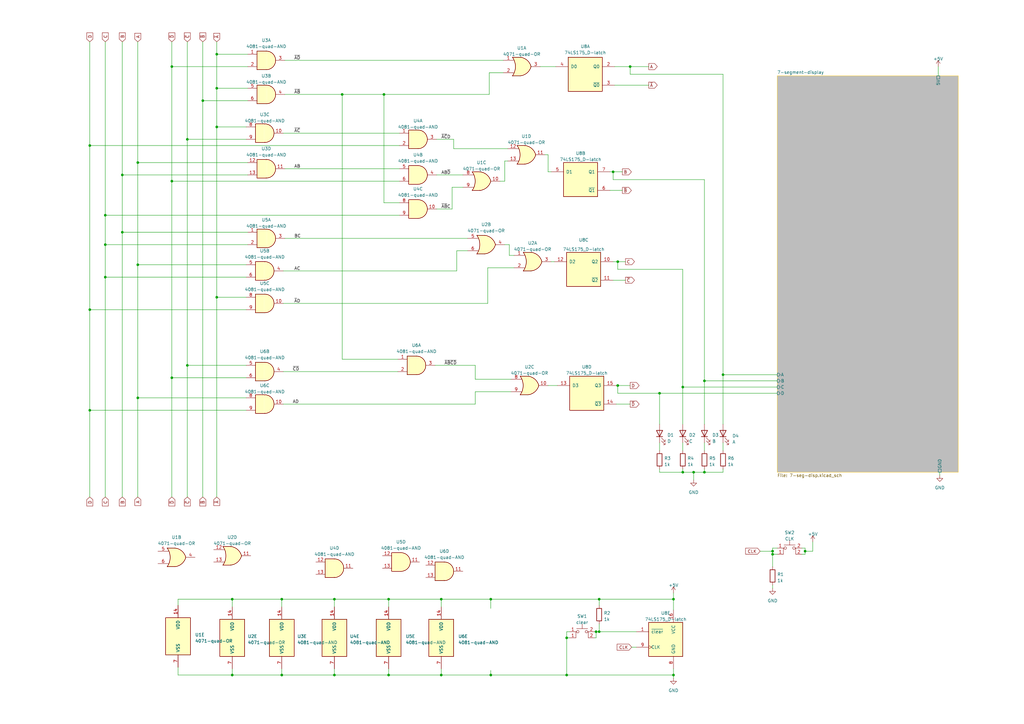
<source format=kicad_sch>
(kicad_sch (version 20230121) (generator eeschema)
  (paper "A3")
  (lib_symbols
    (symbol "000_Diodes_Immo:LED_0805_Blue" (pin_numbers hide) (pin_names (offset 1.016) hide)
      (property "Reference" "D" (at 0 2.54 0))
      (property "Value" "LED_0805_Blue" (at 0 -3.81 0))
      (symbol "LED_0805_Blue_0_1"
        (polyline (pts (xy -1.27 -1.27) (xy -1.27 1.27)) (stroke (width 0.254)))
        (polyline (pts (xy -1.27 0) (xy 1.27 0)))
        (polyline (pts (xy 1.27 -1.27) (xy 1.27 1.27) (xy -1.27 0) (xy 1.27 -1.27)) (stroke (width 0.254)))
        (polyline (pts (xy -3.048 -0.762) (xy -4.572 -2.286) (xy -3.81 -2.286) (xy -4.572 -2.286) (xy -4.572 -1.524)))
        (polyline (pts (xy -1.778 -0.762) (xy -3.302 -2.286) (xy -2.54 -2.286) (xy -3.302 -2.286) (xy -3.302 -1.524)))
      )
      (symbol "LED_0805_Blue_1_1"
        (pin passive line (at -3.81 0 0) (length 2.54) (name "K") (number "1"))
        (pin passive line (at 3.81 0 180) (length 2.54) (name "A") (number "2"))
      )
    )
    (symbol "000_Logic_IC_Immo:4071-quad-OR" (pin_names (offset 1.016))
      (property "Reference" "U" (at 0 1.27 0))
      (property "Value" "4071-quad-OR" (at 0 -1.27 0))
      (symbol "4071-quad-OR_1_1"
        (arc (start -3.81 -3.81) (mid -2.589 0) (end -3.81 3.81) (stroke (width 0.254)))
        (arc (start -0.6096 -3.81) (mid 2.1842 -2.5851) (end 3.81 0) (stroke (width 0.254)) (fill (type background)))
        (polyline (pts (xy -3.81 -3.81) (xy -0.635 -3.81)) (stroke (width 0.254)) (fill (type background)))
        (polyline (pts (xy -3.81 3.81) (xy -0.635 3.81)) (stroke (width 0.254)) (fill (type background)))
        (polyline (pts (xy -0.635 3.81) (xy -3.81 3.81) (xy -3.81 3.81) (xy -3.556 3.4036) (xy -3.0226 2.2606) (xy -2.6924 1.0414) (xy -2.6162 -0.254) (xy -2.7686 -1.4986) (xy -3.175 -2.7178) (xy -3.81 -3.81) (xy -3.81 -3.81) (xy -0.635 -3.81)) (stroke (width -25.4)) (fill (type background)))
        (arc (start 3.81 0) (mid 2.1915 2.5936) (end -0.6096 3.81) (stroke (width 0.254)) (fill (type background)))
        (pin input line (at -7.62 2.54 0) (length 4.318) (name "~") (number "1"))
        (pin input line (at -7.62 -2.54 0) (length 4.318) (name "~") (number "2"))
        (pin output line (at 7.62 0 180) (length 3.81) (name "~") (number "3"))
      )
      (symbol "4071-quad-OR_1_2"
        (arc (start 0 -3.81) (mid 3.7934 0) (end 0 3.81) (stroke (width 0.254)) (fill (type background)))
        (polyline (pts (xy 0 3.81) (xy -3.81 3.81) (xy -3.81 -3.81) (xy 0 -3.81)) (stroke (width 0.254)) (fill (type background)))
        (pin input inverted (at -7.62 2.54 0) (length 3.81) (name "~") (number "1"))
        (pin input inverted (at -7.62 -2.54 0) (length 3.81) (name "~") (number "2"))
        (pin output inverted (at 7.62 0 180) (length 3.81) (name "~") (number "3"))
      )
      (symbol "4071-quad-OR_2_1"
        (arc (start -3.81 -3.81) (mid -2.589 0) (end -3.81 3.81) (stroke (width 0.254)))
        (arc (start -0.6096 -3.81) (mid 2.1842 -2.5851) (end 3.81 0) (stroke (width 0.254)) (fill (type background)))
        (polyline (pts (xy -3.81 -3.81) (xy -0.635 -3.81)) (stroke (width 0.254)) (fill (type background)))
        (polyline (pts (xy -3.81 3.81) (xy -0.635 3.81)) (stroke (width 0.254)) (fill (type background)))
        (polyline (pts (xy -0.635 3.81) (xy -3.81 3.81) (xy -3.81 3.81) (xy -3.556 3.4036) (xy -3.0226 2.2606) (xy -2.6924 1.0414) (xy -2.6162 -0.254) (xy -2.7686 -1.4986) (xy -3.175 -2.7178) (xy -3.81 -3.81) (xy -3.81 -3.81) (xy -0.635 -3.81)) (stroke (width -25.4)) (fill (type background)))
        (arc (start 3.81 0) (mid 2.1915 2.5936) (end -0.6096 3.81) (stroke (width 0.254)) (fill (type background)))
        (pin output line (at 7.62 0 180) (length 3.81) (name "~") (number "4"))
        (pin input line (at -7.62 2.54 0) (length 4.318) (name "~") (number "5"))
        (pin input line (at -7.62 -2.54 0) (length 4.318) (name "~") (number "6"))
      )
      (symbol "4071-quad-OR_2_2"
        (arc (start 0 -3.81) (mid 3.7934 0) (end 0 3.81) (stroke (width 0.254)) (fill (type background)))
        (polyline (pts (xy 0 3.81) (xy -3.81 3.81) (xy -3.81 -3.81) (xy 0 -3.81)) (stroke (width 0.254)) (fill (type background)))
        (pin output inverted (at 7.62 0 180) (length 3.81) (name "~") (number "4"))
        (pin input inverted (at -7.62 2.54 0) (length 3.81) (name "~") (number "5"))
        (pin input inverted (at -7.62 -2.54 0) (length 3.81) (name "~") (number "6"))
      )
      (symbol "4071-quad-OR_3_1"
        (arc (start -3.81 -3.81) (mid -2.589 0) (end -3.81 3.81) (stroke (width 0.254)))
        (arc (start -0.6096 -3.81) (mid 2.1842 -2.5851) (end 3.81 0) (stroke (width 0.254)) (fill (type background)))
        (polyline (pts (xy -3.81 -3.81) (xy -0.635 -3.81)) (stroke (width 0.254)) (fill (type background)))
        (polyline (pts (xy -3.81 3.81) (xy -0.635 3.81)) (stroke (width 0.254)) (fill (type background)))
        (polyline (pts (xy -0.635 3.81) (xy -3.81 3.81) (xy -3.81 3.81) (xy -3.556 3.4036) (xy -3.0226 2.2606) (xy -2.6924 1.0414) (xy -2.6162 -0.254) (xy -2.7686 -1.4986) (xy -3.175 -2.7178) (xy -3.81 -3.81) (xy -3.81 -3.81) (xy -0.635 -3.81)) (stroke (width -25.4)) (fill (type background)))
        (arc (start 3.81 0) (mid 2.1915 2.5936) (end -0.6096 3.81) (stroke (width 0.254)) (fill (type background)))
        (pin output line (at 7.62 0 180) (length 3.81) (name "~") (number "10"))
        (pin input line (at -7.62 2.54 0) (length 4.318) (name "~") (number "8"))
        (pin input line (at -7.62 -2.54 0) (length 4.318) (name "~") (number "9"))
      )
      (symbol "4071-quad-OR_3_2"
        (arc (start 0 -3.81) (mid 3.7934 0) (end 0 3.81) (stroke (width 0.254)) (fill (type background)))
        (polyline (pts (xy 0 3.81) (xy -3.81 3.81) (xy -3.81 -3.81) (xy 0 -3.81)) (stroke (width 0.254)) (fill (type background)))
        (pin output inverted (at 7.62 0 180) (length 3.81) (name "~") (number "10"))
        (pin input inverted (at -7.62 2.54 0) (length 3.81) (name "~") (number "8"))
        (pin input inverted (at -7.62 -2.54 0) (length 3.81) (name "~") (number "9"))
      )
      (symbol "4071-quad-OR_4_1"
        (arc (start -3.81 -3.81) (mid -2.589 0) (end -3.81 3.81) (stroke (width 0.254)))
        (arc (start -0.6096 -3.81) (mid 2.1842 -2.5851) (end 3.81 0) (stroke (width 0.254)) (fill (type background)))
        (polyline (pts (xy -3.81 -3.81) (xy -0.635 -3.81)) (stroke (width 0.254)) (fill (type background)))
        (polyline (pts (xy -3.81 3.81) (xy -0.635 3.81)) (stroke (width 0.254)) (fill (type background)))
        (polyline (pts (xy -0.635 3.81) (xy -3.81 3.81) (xy -3.81 3.81) (xy -3.556 3.4036) (xy -3.0226 2.2606) (xy -2.6924 1.0414) (xy -2.6162 -0.254) (xy -2.7686 -1.4986) (xy -3.175 -2.7178) (xy -3.81 -3.81) (xy -3.81 -3.81) (xy -0.635 -3.81)) (stroke (width -25.4)) (fill (type background)))
        (arc (start 3.81 0) (mid 2.1915 2.5936) (end -0.6096 3.81) (stroke (width 0.254)) (fill (type background)))
        (pin output line (at 7.62 0 180) (length 3.81) (name "~") (number "11"))
        (pin input line (at -7.62 2.54 0) (length 4.318) (name "~") (number "12"))
        (pin input line (at -7.62 -2.54 0) (length 4.318) (name "~") (number "13"))
      )
      (symbol "4071-quad-OR_4_2"
        (arc (start 0 -3.81) (mid 3.7934 0) (end 0 3.81) (stroke (width 0.254)) (fill (type background)))
        (polyline (pts (xy 0 3.81) (xy -3.81 3.81) (xy -3.81 -3.81) (xy 0 -3.81)) (stroke (width 0.254)) (fill (type background)))
        (pin output inverted (at 7.62 0 180) (length 3.81) (name "~") (number "11"))
        (pin input inverted (at -7.62 2.54 0) (length 3.81) (name "~") (number "12"))
        (pin input inverted (at -7.62 -2.54 0) (length 3.81) (name "~") (number "13"))
      )
      (symbol "4071-quad-OR_5_0"
        (pin power_in line (at 0 12.7 270) (length 5.08) (name "VDD") (number "14"))
        (pin power_in line (at 0 -12.7 90) (length 5.08) (name "VSS") (number "7"))
      )
      (symbol "4071-quad-OR_5_1"
        (rectangle (start -5.08 7.62) (end 5.08 -7.62) (stroke (width 0.254)) (fill (type background)))
      )
    )
    (symbol "000_Logic_IC_Immo:4081-quad-AND" (pin_names (offset 1.016))
      (property "Reference" "U" (at 0 1.27 0))
      (property "Value" "4081-quad-AND" (at 0 -1.27 0))
      (symbol "4081-quad-AND_1_1"
        (arc (start 0 -3.81) (mid 3.7934 0) (end 0 3.81) (stroke (width 0.254)) (fill (type background)))
        (polyline (pts (xy 0 3.81) (xy -3.81 3.81) (xy -3.81 -3.81) (xy 0 -3.81)) (stroke (width 0.254)) (fill (type background)))
        (pin input line (at -7.62 2.54 0) (length 3.81) (name "~") (number "1"))
        (pin input line (at -7.62 -2.54 0) (length 3.81) (name "~") (number "2"))
        (pin output line (at 7.62 0 180) (length 3.81) (name "~") (number "3"))
      )
      (symbol "4081-quad-AND_1_2"
        (arc (start -3.81 -3.81) (mid -2.589 0) (end -3.81 3.81) (stroke (width 0.254)))
        (arc (start -0.6096 -3.81) (mid 2.1842 -2.5851) (end 3.81 0) (stroke (width 0.254)) (fill (type background)))
        (polyline (pts (xy -3.81 -3.81) (xy -0.635 -3.81)) (stroke (width 0.254)) (fill (type background)))
        (polyline (pts (xy -3.81 3.81) (xy -0.635 3.81)) (stroke (width 0.254)) (fill (type background)))
        (polyline (pts (xy -0.635 3.81) (xy -3.81 3.81) (xy -3.81 3.81) (xy -3.556 3.4036) (xy -3.0226 2.2606) (xy -2.6924 1.0414) (xy -2.6162 -0.254) (xy -2.7686 -1.4986) (xy -3.175 -2.7178) (xy -3.81 -3.81) (xy -3.81 -3.81) (xy -0.635 -3.81)) (stroke (width -25.4)) (fill (type background)))
        (arc (start 3.81 0) (mid 2.1915 2.5936) (end -0.6096 3.81) (stroke (width 0.254)) (fill (type background)))
        (pin input inverted (at -7.62 2.54 0) (length 4.318) (name "~") (number "1"))
        (pin input inverted (at -7.62 -2.54 0) (length 4.318) (name "~") (number "2"))
        (pin output inverted (at 7.62 0 180) (length 3.81) (name "~") (number "3"))
      )
      (symbol "4081-quad-AND_2_1"
        (arc (start 0 -3.81) (mid 3.7934 0) (end 0 3.81) (stroke (width 0.254)) (fill (type background)))
        (polyline (pts (xy 0 3.81) (xy -3.81 3.81) (xy -3.81 -3.81) (xy 0 -3.81)) (stroke (width 0.254)) (fill (type background)))
        (pin output line (at 7.62 0 180) (length 3.81) (name "~") (number "4"))
        (pin input line (at -7.62 2.54 0) (length 3.81) (name "~") (number "5"))
        (pin input line (at -7.62 -2.54 0) (length 3.81) (name "~") (number "6"))
      )
      (symbol "4081-quad-AND_2_2"
        (arc (start -3.81 -3.81) (mid -2.589 0) (end -3.81 3.81) (stroke (width 0.254)))
        (arc (start -0.6096 -3.81) (mid 2.1842 -2.5851) (end 3.81 0) (stroke (width 0.254)) (fill (type background)))
        (polyline (pts (xy -3.81 -3.81) (xy -0.635 -3.81)) (stroke (width 0.254)) (fill (type background)))
        (polyline (pts (xy -3.81 3.81) (xy -0.635 3.81)) (stroke (width 0.254)) (fill (type background)))
        (polyline (pts (xy -0.635 3.81) (xy -3.81 3.81) (xy -3.81 3.81) (xy -3.556 3.4036) (xy -3.0226 2.2606) (xy -2.6924 1.0414) (xy -2.6162 -0.254) (xy -2.7686 -1.4986) (xy -3.175 -2.7178) (xy -3.81 -3.81) (xy -3.81 -3.81) (xy -0.635 -3.81)) (stroke (width -25.4)) (fill (type background)))
        (arc (start 3.81 0) (mid 2.1915 2.5936) (end -0.6096 3.81) (stroke (width 0.254)) (fill (type background)))
        (pin output inverted (at 7.62 0 180) (length 3.81) (name "~") (number "4"))
        (pin input inverted (at -7.62 2.54 0) (length 4.318) (name "~") (number "5"))
        (pin input inverted (at -7.62 -2.54 0) (length 4.318) (name "~") (number "6"))
      )
      (symbol "4081-quad-AND_3_1"
        (arc (start 0 -3.81) (mid 3.7934 0) (end 0 3.81) (stroke (width 0.254)) (fill (type background)))
        (polyline (pts (xy 0 3.81) (xy -3.81 3.81) (xy -3.81 -3.81) (xy 0 -3.81)) (stroke (width 0.254)) (fill (type background)))
        (pin output line (at 7.62 0 180) (length 3.81) (name "~") (number "10"))
        (pin input line (at -7.62 2.54 0) (length 3.81) (name "~") (number "8"))
        (pin input line (at -7.62 -2.54 0) (length 3.81) (name "~") (number "9"))
      )
      (symbol "4081-quad-AND_3_2"
        (arc (start -3.81 -3.81) (mid -2.589 0) (end -3.81 3.81) (stroke (width 0.254)))
        (arc (start -0.6096 -3.81) (mid 2.1842 -2.5851) (end 3.81 0) (stroke (width 0.254)) (fill (type background)))
        (polyline (pts (xy -3.81 -3.81) (xy -0.635 -3.81)) (stroke (width 0.254)) (fill (type background)))
        (polyline (pts (xy -3.81 3.81) (xy -0.635 3.81)) (stroke (width 0.254)) (fill (type background)))
        (polyline (pts (xy -0.635 3.81) (xy -3.81 3.81) (xy -3.81 3.81) (xy -3.556 3.4036) (xy -3.0226 2.2606) (xy -2.6924 1.0414) (xy -2.6162 -0.254) (xy -2.7686 -1.4986) (xy -3.175 -2.7178) (xy -3.81 -3.81) (xy -3.81 -3.81) (xy -0.635 -3.81)) (stroke (width -25.4)) (fill (type background)))
        (arc (start 3.81 0) (mid 2.1915 2.5936) (end -0.6096 3.81) (stroke (width 0.254)) (fill (type background)))
        (pin output inverted (at 7.62 0 180) (length 3.81) (name "~") (number "10"))
        (pin input inverted (at -7.62 2.54 0) (length 4.318) (name "~") (number "8"))
        (pin input inverted (at -7.62 -2.54 0) (length 4.318) (name "~") (number "9"))
      )
      (symbol "4081-quad-AND_4_1"
        (arc (start 0 -3.81) (mid 3.7934 0) (end 0 3.81) (stroke (width 0.254)) (fill (type background)))
        (polyline (pts (xy 0 3.81) (xy -3.81 3.81) (xy -3.81 -3.81) (xy 0 -3.81)) (stroke (width 0.254)) (fill (type background)))
        (pin output line (at 7.62 0 180) (length 3.81) (name "~") (number "11"))
        (pin input line (at -7.62 2.54 0) (length 3.81) (name "~") (number "12"))
        (pin input line (at -7.62 -2.54 0) (length 3.81) (name "~") (number "13"))
      )
      (symbol "4081-quad-AND_4_2"
        (arc (start -3.81 -3.81) (mid -2.589 0) (end -3.81 3.81) (stroke (width 0.254)))
        (arc (start -0.6096 -3.81) (mid 2.1842 -2.5851) (end 3.81 0) (stroke (width 0.254)) (fill (type background)))
        (polyline (pts (xy -3.81 -3.81) (xy -0.635 -3.81)) (stroke (width 0.254)) (fill (type background)))
        (polyline (pts (xy -3.81 3.81) (xy -0.635 3.81)) (stroke (width 0.254)) (fill (type background)))
        (polyline (pts (xy -0.635 3.81) (xy -3.81 3.81) (xy -3.81 3.81) (xy -3.556 3.4036) (xy -3.0226 2.2606) (xy -2.6924 1.0414) (xy -2.6162 -0.254) (xy -2.7686 -1.4986) (xy -3.175 -2.7178) (xy -3.81 -3.81) (xy -3.81 -3.81) (xy -0.635 -3.81)) (stroke (width -25.4)) (fill (type background)))
        (arc (start 3.81 0) (mid 2.1915 2.5936) (end -0.6096 3.81) (stroke (width 0.254)) (fill (type background)))
        (pin output inverted (at 7.62 0 180) (length 3.81) (name "~") (number "11"))
        (pin input inverted (at -7.62 2.54 0) (length 4.318) (name "~") (number "12"))
        (pin input inverted (at -7.62 -2.54 0) (length 4.318) (name "~") (number "13"))
      )
      (symbol "4081-quad-AND_5_0"
        (pin power_in line (at 0 12.7 270) (length 5.08) (name "VDD") (number "14"))
        (pin power_in line (at 0 -12.7 90) (length 5.08) (name "VSS") (number "7"))
      )
      (symbol "4081-quad-AND_5_1"
        (rectangle (start -5.08 7.62) (end 5.08 -7.62) (stroke (width 0.254)) (fill (type background)))
      )
    )
    (symbol "000_Logic_IC_Immo:74LS175_D-latch" (pin_names (offset 1.016))
      (property "Reference" "U" (at -12.7 11.43 0))
      (property "Value" "74LS175_D-latch" (at -7.62 8.89 0))
      (symbol "74LS175_D-latch_1_0"
        (pin output line (at 11.43 2.54 180) (length 5.08) (name "Q0") (number "2"))
        (pin output line (at 11.43 -5.08 180) (length 5.08) (name "~{Q0}") (number "3"))
        (pin input line (at -12.7 2.54 0) (length 5.08) (name "D0") (number "4"))
      )
      (symbol "74LS175_D-latch_1_1"
        (rectangle (start -7.62 6.35) (end 6.35 -7.62) (stroke (width 0.254)) (fill (type background)))
      )
      (symbol "74LS175_D-latch_2_0"
        (pin input line (at -12.7 2.54 0) (length 5.08) (name "D1") (number "5"))
        (pin output line (at 11.43 -5.08 180) (length 5.08) (name "~{Q1}") (number "6"))
        (pin output line (at 11.43 2.54 180) (length 5.08) (name "Q1") (number "7"))
      )
      (symbol "74LS175_D-latch_2_1"
        (rectangle (start -7.62 6.35) (end 6.35 -7.62) (stroke (width 0.254)) (fill (type background)))
      )
      (symbol "74LS175_D-latch_3_0"
        (pin output line (at 11.43 2.54 180) (length 5.08) (name "Q2") (number "10"))
        (pin output line (at 11.43 -5.08 180) (length 5.08) (name "~{Q2}") (number "11"))
        (pin input line (at -12.7 2.54 0) (length 5.08) (name "D2") (number "12"))
      )
      (symbol "74LS175_D-latch_3_1"
        (rectangle (start -7.62 6.35) (end 6.35 -7.62) (stroke (width 0.254)) (fill (type background)))
      )
      (symbol "74LS175_D-latch_4_0"
        (pin input line (at -12.7 2.54 0) (length 5.08) (name "D3") (number "13"))
        (pin output line (at 11.43 -5.08 180) (length 5.08) (name "~{Q3}") (number "14"))
        (pin output line (at 11.43 2.54 180) (length 5.08) (name "Q3") (number "15"))
      )
      (symbol "74LS175_D-latch_4_1"
        (rectangle (start -7.62 6.35) (end 6.35 -7.62) (stroke (width 0.254)) (fill (type background)))
      )
      (symbol "74LS175_D-latch_5_0"
        (pin input line (at -12.7 2.54 0) (length 5.08) (name "~{clear}") (number "1"))
        (pin power_in line (at 2.54 11.43 270) (length 5.08) (name "VCC") (number "16"))
        (pin power_in line (at 2.54 -12.7 90) (length 5.08) (name "GND") (number "8"))
        (pin input clock (at -12.7 -3.81 0) (length 5.08) (name "CLK") (number "9"))
      )
      (symbol "74LS175_D-latch_5_1"
        (rectangle (start -7.62 6.35) (end 6.35 -7.62) (stroke (width 0.254)) (fill (type background)))
      )
    )
    (symbol "000_Resistors_Immo:Resistor_0805" (pin_numbers hide) (pin_names (offset 0))
      (property "Reference" "R?" (at -2.54 3.81 0))
      (property "Value" "Resistor_0805" (at -5.08 2.54 0))
      (symbol "Resistor_0805_0_1"
        (rectangle (start 2.54 -1.016) (end -2.54 1.016) (stroke (width 0.254)))
      )
      (symbol "Resistor_0805_1_1"
        (pin passive line (at -3.81 0 0) (length 1.27) (name "~") (number "1"))
        (pin passive line (at 3.81 0 180) (length 1.27) (name "~") (number "2"))
      )
    )
    (symbol "000_Switches_Immo:pushbutton_tactile_4pin_th" (pin_names (offset 1.016) hide)
      (property "Reference" "SW" (at 0.635 5.715 0))
      (property "Value" "pushbutton_tactile_4pin_th" (at 0 -3.175 0))
      (symbol "pushbutton_tactile_4pin_th_0_1"
        (circle (center -1.778 2.54) (radius 0.508))
        (polyline (pts (xy -2.286 3.81) (xy 2.286 3.81)))
        (polyline (pts (xy 0 3.81) (xy 0 5.588)))
        (polyline (pts (xy -2.54 0) (xy -2.54 2.54) (xy -2.286 2.54)))
        (polyline (pts (xy 2.54 0) (xy 2.54 2.54) (xy 2.286 2.54)))
        (circle (center 1.778 2.54) (radius 0.508))
        (pin passive line (at -5.08 0 0) (length 2.54) (name "1") (number "1"))
        (pin passive line (at -5.08 2.54 0) (length 2.54) (name "1") (number "1"))
        (pin passive line (at 5.08 0 180) (length 2.54) (name "2") (number "2"))
        (pin passive line (at 5.08 2.54 180) (length 2.54) (name "2") (number "2"))
      )
    )
    (symbol "power:+5V" (power) (pin_names (offset 0))
      (property "Value" "+5V" (at 0 3.556 0))
      (symbol "+5V_0_1"
        (polyline (pts (xy -0.762 1.27) (xy 0 2.54)))
        (polyline (pts (xy 0 0) (xy 0 2.54)))
        (polyline (pts (xy 0 2.54) (xy 0.762 1.27)))
      )
      (symbol "+5V_1_1"
        (pin power_in line (at 0 0 90) (length 0) hide (name "+5V") (number "1"))
      )
    )
    (symbol "power:GND" (power) (pin_names (offset 0))
      (property "Value" "GND" (at 0 -3.81 0))
      (symbol "GND_0_1"
        (polyline (pts (xy 0 0) (xy 0 -1.27) (xy 1.27 -1.27) (xy 0 -2.54) (xy -1.27 -1.27) (xy 0 -1.27)))
      )
      (symbol "GND_1_1"
        (pin power_in line (at 0 0 270) (length 0) hide (name "GND") (number "1"))
      )
    )
  )
  (junction (at 137.16 245.745))
  (junction (at 201.295 245.745))
  (junction (at 288.925 156.21))
  (junction (at 253.365 158.115))
  (junction (at 43.18 113.665))
  (junction (at 159.385 276.86))
  (junction (at 56.515 108.585))
  (junction (at 258.445 27.305))
  (junction (at 70.485 27.305))
  (junction (at 232.41 261.62))
  (junction (at 88.9 36.195))
  (junction (at 115.57 245.745))
  (junction (at 157.48 38.735))
  (junction (at 95.25 245.745))
  (junction (at 253.365 107.315))
  (junction (at 76.835 149.86))
  (junction (at 137.16 276.86))
  (junction (at 284.48 193.675))
  (junction (at 88.9 121.92))
  (junction (at 56.515 163.195))
  (junction (at 280.035 158.75))
  (junction (at 245.745 245.745))
  (junction (at 296.545 153.67))
  (junction (at 50.165 71.755))
  (junction (at 50.165 95.25))
  (junction (at 280.035 193.675))
  (junction (at 36.83 59.69))
  (junction (at 43.18 88.265))
  (junction (at 88.9 52.07))
  (junction (at 288.925 193.675))
  (junction (at 232.41 276.86))
  (junction (at 88.9 22.225))
  (junction (at 180.975 276.86))
  (junction (at 140.335 38.735))
  (junction (at 115.57 276.86))
  (junction (at 245.745 259.08))
  (junction (at 316.865 226.06))
  (junction (at 83.185 41.275))
  (junction (at 270.51 161.29))
  (junction (at 276.225 276.86))
  (junction (at 276.225 245.745))
  (junction (at 180.975 245.745))
  (junction (at 70.485 154.94))
  (junction (at 43.18 100.33))
  (junction (at 56.515 66.675))
  (junction (at 244.475 259.08))
  (junction (at 251.46 70.485))
  (junction (at 70.485 74.295))
  (junction (at 36.83 168.275))
  (junction (at 201.295 276.86))
  (junction (at 36.83 127))
  (junction (at 159.385 245.745))
  (junction (at 76.835 57.15))
  (junction (at 330.2 226.06))
  (junction (at 95.25 276.86))
  (junction (at 316.865 227.33))
  (wire (pts (xy 244.475 259.08) (xy 245.745 259.08)))
  (wire (pts (xy 280.035 193.675) (xy 284.48 193.675)))
  (wire (pts (xy 70.485 27.305) (xy 101.6 27.305)))
  (wire (pts (xy 56.515 108.585) (xy 56.515 163.195)))
  (wire (pts (xy 180.975 245.745) (xy 180.975 248.92)))
  (wire (pts (xy 288.925 156.21) (xy 288.925 173.99)))
  (wire (pts (xy 194.945 160.655) (xy 209.55 160.655)))
  (wire (pts (xy 70.485 74.295) (xy 70.485 154.94)))
  (wire (pts (xy 88.9 17.145) (xy 88.9 22.225)))
  (wire (pts (xy 95.25 245.745) (xy 73.025 245.745)))
  (wire (pts (xy 330.2 227.33) (xy 328.93 227.33)))
  (wire (pts (xy 258.445 30.48) (xy 296.545 30.48)))
  (wire (pts (xy 186.055 60.96) (xy 208.28 60.96)))
  (wire (pts (xy 245.745 248.285) (xy 245.745 245.745)))
  (wire (pts (xy 252.095 34.925) (xy 266.065 34.925)))
  (wire (pts (xy 256.54 114.935) (xy 251.46 114.935)))
  (wire (pts (xy 50.165 17.145) (xy 50.165 71.755)))
  (wire (pts (xy 180.975 274.32) (xy 180.975 276.86)))
  (wire (pts (xy 224.79 63.5) (xy 223.52 63.5)))
  (wire (pts (xy 296.545 30.48) (xy 296.545 153.67)))
  (wire (pts (xy 95.25 276.86) (xy 115.57 276.86)))
  (wire (pts (xy 76.835 17.145) (xy 76.835 57.15)))
  (wire (pts (xy 194.945 149.86) (xy 194.945 155.575)))
  (wire (pts (xy 194.945 165.735) (xy 194.945 160.655)))
  (wire (pts (xy 316.865 232.41) (xy 316.865 227.33)))
  (wire (pts (xy 70.485 154.94) (xy 70.485 203.835)))
  (wire (pts (xy 88.9 22.225) (xy 88.9 36.195)))
  (wire (pts (xy 185.42 85.725) (xy 185.42 76.835)))
  (wire (pts (xy 43.18 113.665) (xy 100.965 113.665)))
  (wire (pts (xy 253.365 158.115) (xy 252.73 158.115)))
  (wire (pts (xy 270.51 193.675) (xy 280.035 193.675)))
  (wire (pts (xy 43.18 100.33) (xy 101.6 100.33)))
  (wire (pts (xy 245.745 245.745) (xy 201.295 245.745)))
  (wire (pts (xy 137.16 276.86) (xy 159.385 276.86)))
  (wire (pts (xy 252.095 27.305) (xy 258.445 27.305)))
  (wire (pts (xy 330.2 226.06) (xy 330.2 224.79)))
  (wire (pts (xy 258.445 158.115) (xy 253.365 158.115)))
  (wire (pts (xy 200.66 29.845) (xy 206.375 29.845)))
  (wire (pts (xy 258.445 27.305) (xy 266.065 27.305)))
  (wire (pts (xy 116.84 24.765) (xy 206.375 24.765)))
  (wire (pts (xy 280.035 158.75) (xy 318.77 158.75)))
  (wire (pts (xy 50.165 95.25) (xy 50.165 203.835)))
  (wire (pts (xy 56.515 108.585) (xy 100.965 108.585)))
  (wire (pts (xy 210.82 104.775) (xy 208.915 104.775)))
  (wire (pts (xy 284.48 193.675) (xy 284.48 196.85)))
  (wire (pts (xy 244.475 259.08) (xy 244.475 261.62)))
  (wire (pts (xy 232.41 276.86) (xy 276.225 276.86)))
  (wire (pts (xy 43.18 100.33) (xy 43.18 113.665)))
  (wire (pts (xy 116.84 97.79) (xy 191.77 97.79)))
  (wire (pts (xy 159.385 276.86) (xy 180.975 276.86)))
  (wire (pts (xy 288.925 73.66) (xy 288.925 156.21)))
  (wire (pts (xy 70.485 17.145) (xy 70.485 27.305)))
  (wire (pts (xy 207.01 66.04) (xy 208.28 66.04)))
  (wire (pts (xy 200.025 124.46) (xy 200.025 109.855)))
  (wire (pts (xy 101.6 66.675) (xy 56.515 66.675)))
  (wire (pts (xy 280.035 192.405) (xy 280.035 193.675)))
  (wire (pts (xy 185.42 76.835) (xy 189.865 76.835)))
  (wire (pts (xy 140.335 38.735) (xy 140.335 147.32)))
  (wire (pts (xy 186.055 57.15) (xy 186.055 60.96)))
  (wire (pts (xy 116.205 165.735) (xy 194.945 165.735)))
  (wire (pts (xy 36.83 59.69) (xy 36.83 127)))
  (wire (pts (xy 116.205 111.125) (xy 187.325 111.125)))
  (wire (pts (xy 259.08 265.43) (xy 260.985 265.43)))
  (wire (pts (xy 201.295 245.745) (xy 201.295 249.555)))
  (wire (pts (xy 251.46 70.485) (xy 250.19 70.485)))
  (wire (pts (xy 159.385 274.32) (xy 159.385 276.86)))
  (wire (pts (xy 253.365 161.29) (xy 253.365 158.115)))
  (wire (pts (xy 43.18 17.145) (xy 43.18 88.265)))
  (wire (pts (xy 243.84 261.62) (xy 244.475 261.62)))
  (wire (pts (xy 255.27 70.485) (xy 251.46 70.485)))
  (wire (pts (xy 36.83 17.145) (xy 36.83 59.69)))
  (wire (pts (xy 187.325 111.125) (xy 187.325 102.87)))
  (wire (pts (xy 253.365 107.315) (xy 251.46 107.315)))
  (wire (pts (xy 333.375 222.25) (xy 333.375 226.06)))
  (wire (pts (xy 276.225 274.32) (xy 276.225 276.86)))
  (wire (pts (xy 251.46 70.485) (xy 251.46 73.66)))
  (wire (pts (xy 296.545 184.785) (xy 296.545 181.61)))
  (wire (pts (xy 43.18 88.265) (xy 43.18 100.33)))
  (wire (pts (xy 88.9 52.07) (xy 88.9 121.92)))
  (wire (pts (xy 36.83 127) (xy 36.83 168.275)))
  (wire (pts (xy 270.51 161.29) (xy 270.51 173.99)))
  (wire (pts (xy 43.18 88.265) (xy 163.83 88.265)))
  (wire (pts (xy 70.485 74.295) (xy 163.83 74.295)))
  (wire (pts (xy 330.2 226.06) (xy 330.2 227.33)))
  (wire (pts (xy 116.205 124.46) (xy 200.025 124.46)))
  (wire (pts (xy 83.185 41.275) (xy 83.185 203.835)))
  (wire (pts (xy 280.035 158.75) (xy 280.035 173.99)))
  (wire (pts (xy 140.335 147.32) (xy 163.195 147.32)))
  (wire (pts (xy 296.545 153.67) (xy 296.545 173.99)))
  (wire (pts (xy 270.51 161.29) (xy 318.77 161.29)))
  (wire (pts (xy 330.2 224.79) (xy 328.93 224.79)))
  (wire (pts (xy 226.06 107.315) (xy 227.33 107.315)))
  (wire (pts (xy 221.615 27.305) (xy 227.965 27.305)))
  (wire (pts (xy 179.07 71.755) (xy 189.865 71.755)))
  (wire (pts (xy 116.84 69.215) (xy 163.83 69.215)))
  (wire (pts (xy 140.335 38.735) (xy 157.48 38.735)))
  (wire (pts (xy 70.485 154.94) (xy 100.965 154.94)))
  (wire (pts (xy 207.01 74.295) (xy 207.01 66.04)))
  (wire (pts (xy 56.515 66.675) (xy 56.515 108.585)))
  (wire (pts (xy 179.07 85.725) (xy 185.42 85.725)))
  (wire (pts (xy 180.975 276.86) (xy 201.295 276.86)))
  (wire (pts (xy 245.745 255.905) (xy 245.745 259.08)))
  (wire (pts (xy 207.01 100.33) (xy 208.915 100.33)))
  (wire (pts (xy 76.835 57.15) (xy 76.835 149.86)))
  (wire (pts (xy 280.035 110.49) (xy 280.035 158.75)))
  (wire (pts (xy 270.51 193.675) (xy 270.51 192.405)))
  (wire (pts (xy 73.025 276.86) (xy 95.25 276.86)))
  (wire (pts (xy 43.18 113.665) (xy 43.18 203.835)))
  (wire (pts (xy 296.545 153.67) (xy 318.77 153.67)))
  (wire (pts (xy 163.83 83.185) (xy 157.48 83.185)))
  (wire (pts (xy 384.81 27.305) (xy 384.81 31.115)))
  (wire (pts (xy 36.83 127) (xy 100.965 127)))
  (wire (pts (xy 88.9 36.195) (xy 88.9 52.07)))
  (wire (pts (xy 276.225 243.205) (xy 276.225 245.745)))
  (wire (pts (xy 250.19 78.105) (xy 255.27 78.105)))
  (wire (pts (xy 316.865 241.3) (xy 316.865 240.03)))
  (wire (pts (xy 50.165 71.755) (xy 101.6 71.755)))
  (wire (pts (xy 288.925 156.21) (xy 318.77 156.21)))
  (wire (pts (xy 276.225 278.13) (xy 276.225 276.86)))
  (wire (pts (xy 258.445 165.735) (xy 252.73 165.735)))
  (wire (pts (xy 288.925 184.785) (xy 288.925 181.61)))
  (wire (pts (xy 245.745 245.745) (xy 276.225 245.745)))
  (wire (pts (xy 100.965 149.86) (xy 76.835 149.86)))
  (wire (pts (xy 159.385 245.745) (xy 137.16 245.745)))
  (wire (pts (xy 100.965 57.15) (xy 76.835 57.15)))
  (wire (pts (xy 276.225 245.745) (xy 276.225 250.19)))
  (wire (pts (xy 88.9 121.92) (xy 100.965 121.92)))
  (wire (pts (xy 201.295 276.86) (xy 232.41 276.86)))
  (wire (pts (xy 232.41 259.08) (xy 233.68 259.08)))
  (wire (pts (xy 137.16 274.32) (xy 137.16 276.86)))
  (wire (pts (xy 95.25 274.32) (xy 95.25 276.86)))
  (wire (pts (xy 178.435 149.86) (xy 194.945 149.86)))
  (wire (pts (xy 200.025 109.855) (xy 210.82 109.855)))
  (wire (pts (xy 179.07 57.15) (xy 186.055 57.15)))
  (wire (pts (xy 201.295 276.86) (xy 201.295 274.955)))
  (wire (pts (xy 83.185 17.145) (xy 83.185 41.275)))
  (wire (pts (xy 88.9 36.195) (xy 101.6 36.195)))
  (wire (pts (xy 157.48 83.185) (xy 157.48 38.735)))
  (wire (pts (xy 159.385 245.745) (xy 159.385 248.92)))
  (wire (pts (xy 73.025 273.685) (xy 73.025 276.86)))
  (wire (pts (xy 226.06 70.485) (xy 224.79 70.485)))
  (wire (pts (xy 50.165 71.755) (xy 50.165 95.25)))
  (wire (pts (xy 224.79 70.485) (xy 224.79 63.5)))
  (wire (pts (xy 157.48 38.735) (xy 200.66 38.735)))
  (wire (pts (xy 311.785 226.06) (xy 316.865 226.06)))
  (wire (pts (xy 137.16 245.745) (xy 115.57 245.745)))
  (wire (pts (xy 180.975 245.745) (xy 159.385 245.745)))
  (wire (pts (xy 56.515 17.145) (xy 56.515 66.675)))
  (wire (pts (xy 56.515 163.195) (xy 56.515 203.835)))
  (wire (pts (xy 208.915 104.775) (xy 208.915 100.33)))
  (wire (pts (xy 88.9 22.225) (xy 101.6 22.225)))
  (wire (pts (xy 56.515 163.195) (xy 100.965 163.195)))
  (wire (pts (xy 115.57 276.86) (xy 137.16 276.86)))
  (wire (pts (xy 316.865 226.06) (xy 316.865 224.79)))
  (wire (pts (xy 284.48 193.675) (xy 288.925 193.675)))
  (wire (pts (xy 333.375 226.06) (xy 330.2 226.06)))
  (wire (pts (xy 205.105 74.295) (xy 207.01 74.295)))
  (wire (pts (xy 137.16 245.745) (xy 137.16 248.92)))
  (wire (pts (xy 116.84 38.735) (xy 140.335 38.735)))
  (wire (pts (xy 200.66 38.735) (xy 200.66 29.845)))
  (wire (pts (xy 260.985 259.08) (xy 245.745 259.08)))
  (wire (pts (xy 36.83 168.275) (xy 100.965 168.275)))
  (wire (pts (xy 316.865 227.33) (xy 318.77 227.33)))
  (wire (pts (xy 253.365 110.49) (xy 280.035 110.49)))
  (wire (pts (xy 288.925 193.675) (xy 288.925 192.405)))
  (wire (pts (xy 224.79 158.115) (xy 228.6 158.115)))
  (wire (pts (xy 280.035 184.785) (xy 280.035 181.61)))
  (wire (pts (xy 253.365 161.29) (xy 270.51 161.29)))
  (wire (pts (xy 258.445 30.48) (xy 258.445 27.305)))
  (wire (pts (xy 115.57 245.745) (xy 95.25 245.745)))
  (wire (pts (xy 116.205 54.61) (xy 163.83 54.61)))
  (wire (pts (xy 256.54 107.315) (xy 253.365 107.315)))
  (wire (pts (xy 36.83 168.275) (xy 36.83 203.835)))
  (wire (pts (xy 296.545 193.675) (xy 296.545 192.405)))
  (wire (pts (xy 88.9 121.92) (xy 88.9 203.835)))
  (wire (pts (xy 76.835 149.86) (xy 76.835 203.835)))
  (wire (pts (xy 194.945 155.575) (xy 209.55 155.575)))
  (wire (pts (xy 288.925 193.675) (xy 296.545 193.675)))
  (wire (pts (xy 70.485 27.305) (xy 70.485 74.295)))
  (wire (pts (xy 316.865 226.06) (xy 316.865 227.33)))
  (wire (pts (xy 95.25 245.745) (xy 95.25 248.92)))
  (wire (pts (xy 50.165 95.25) (xy 101.6 95.25)))
  (wire (pts (xy 201.295 245.745) (xy 180.975 245.745)))
  (wire (pts (xy 385.445 194.945) (xy 385.445 193.675)))
  (wire (pts (xy 116.205 152.4) (xy 163.195 152.4)))
  (wire (pts (xy 187.325 102.87) (xy 191.77 102.87)))
  (wire (pts (xy 243.84 259.08) (xy 244.475 259.08)))
  (wire (pts (xy 253.365 110.49) (xy 253.365 107.315)))
  (wire (pts (xy 316.865 224.79) (xy 318.77 224.79)))
  (wire (pts (xy 115.57 245.745) (xy 115.57 248.92)))
  (wire (pts (xy 83.185 41.275) (xy 101.6 41.275)))
  (wire (pts (xy 270.51 184.785) (xy 270.51 181.61)))
  (wire (pts (xy 232.41 261.62) (xy 232.41 276.86)))
  (wire (pts (xy 88.9 52.07) (xy 100.965 52.07)))
  (wire (pts (xy 251.46 73.66) (xy 288.925 73.66)))
  (wire (pts (xy 232.41 261.62) (xy 232.41 259.08)))
  (wire (pts (xy 73.025 245.745) (xy 73.025 248.285)))
  (wire (pts (xy 36.83 59.69) (xy 163.83 59.69)))
  (wire (pts (xy 233.68 261.62) (xy 232.41 261.62)))
  (wire (pts (xy 115.57 274.32) (xy 115.57 276.86)))
  (label "BC" (at 120.65 97.79 0))
  (label "AD" (at 120.015 165.735 0))
  (label "~{A}D" (at 120.65 124.46 0))
  (label "~{A}~{B}" (at 120.65 38.735 0))
  (label "~{A}~{B}~{C}~{D}" (at 182.245 149.86 0))
  (label "AB~{D}" (at 180.975 71.755 0))
  (label "AC" (at 120.65 111.125 0))
  (label "~{A}~{C}D" (at 180.975 57.15 0))
  (label "~{A}~{C}" (at 120.65 54.61 0))
  (label "~{C}~{D}" (at 120.015 152.4 0))
  (label "AB" (at 120.65 69.215 0))
  (label "~{A}~{B}C" (at 180.975 85.725 0))
  (label "~{A}~{D}" (at 120.65 24.765 0))
  (global_label "~{D}" (shape output) (at 258.445 165.735 0) (property "Intersheetrefs" "${INTERSHEET_REFS}" (effects hide)))
  (global_label "~{C}" (shape output) (at 256.54 114.935 0) (property "Intersheetrefs" "${INTERSHEET_REFS}" (effects hide)))
  (global_label "A" (shape input) (at 56.515 17.145 90) (property "Intersheetrefs" "${INTERSHEET_REFS}" (effects hide)))
  (global_label "~{C}" (shape input) (at 76.835 17.145 90) (property "Intersheetrefs" "${INTERSHEET_REFS}" (effects hide)))
  (global_label "C" (shape output) (at 256.54 107.315 0) (property "Intersheetrefs" "${INTERSHEET_REFS}" (effects hide)))
  (global_label "A" (shape output) (at 266.065 27.305 0) (property "Intersheetrefs" "${INTERSHEET_REFS}" (effects hide)))
  (global_label "A" (shape input) (at 56.515 203.835 270) (property "Intersheetrefs" "${INTERSHEET_REFS}" (effects hide)))
  (global_label "D" (shape output) (at 258.445 158.115 0) (property "Intersheetrefs" "${INTERSHEET_REFS}" (effects hide)))
  (global_label "~{B}" (shape input) (at 83.185 203.835 270) (property "Intersheetrefs" "${INTERSHEET_REFS}" (effects hide)))
  (global_label "~{C}" (shape input) (at 76.835 203.835 270) (property "Intersheetrefs" "${INTERSHEET_REFS}" (effects hide)))
  (global_label "~{D}" (shape input) (at 70.485 17.145 90) (property "Intersheetrefs" "${INTERSHEET_REFS}" (effects hide)))
  (global_label "B" (shape input) (at 50.165 203.835 270) (property "Intersheetrefs" "${INTERSHEET_REFS}" (effects hide)))
  (global_label "C" (shape input) (at 43.18 17.145 90) (property "Intersheetrefs" "${INTERSHEET_REFS}" (effects hide)))
  (global_label "~{D}" (shape input) (at 70.485 203.835 270) (property "Intersheetrefs" "${INTERSHEET_REFS}" (effects hide)))
  (global_label "~{A}" (shape input) (at 88.9 203.835 270) (property "Intersheetrefs" "${INTERSHEET_REFS}" (effects hide)))
  (global_label "D" (shape input) (at 36.83 203.835 270) (property "Intersheetrefs" "${INTERSHEET_REFS}" (effects hide)))
  (global_label "~{B}" (shape output) (at 255.27 78.105 0) (property "Intersheetrefs" "${INTERSHEET_REFS}" (effects hide)))
  (global_label "D" (shape input) (at 36.83 17.145 90) (property "Intersheetrefs" "${INTERSHEET_REFS}" (effects hide)))
  (global_label "CLK" (shape input) (at 311.785 226.06 180) (property "Intersheetrefs" "${INTERSHEET_REFS}" (effects hide)))
  (global_label "B" (shape input) (at 50.165 17.145 90) (property "Intersheetrefs" "${INTERSHEET_REFS}" (effects hide)))
  (global_label "~{B}" (shape input) (at 83.185 17.145 90) (property "Intersheetrefs" "${INTERSHEET_REFS}" (effects hide)))
  (global_label "B" (shape output) (at 255.27 70.485 0) (property "Intersheetrefs" "${INTERSHEET_REFS}" (effects hide)))
  (global_label "C" (shape input) (at 43.18 203.835 270) (property "Intersheetrefs" "${INTERSHEET_REFS}" (effects hide)))
  (global_label "~{A}" (shape input) (at 88.9 17.145 90) (property "Intersheetrefs" "${INTERSHEET_REFS}" (effects hide)))
  (global_label "CLK" (shape input) (at 259.08 265.43 180) (property "Intersheetrefs" "${INTERSHEET_REFS}" (effects hide)))
  (global_label "~{A}" (shape output) (at 266.065 34.925 0) (property "Intersheetrefs" "${INTERSHEET_REFS}" (effects hide)))
  (symbol (lib_id "000_Logic_IC_Immo:4071-quad-OR") (at 215.9 63.5 0) (unit 4)
    (property "Reference" "U1" (at 215.9 55.88 0))
    (property "Value" "4071-quad-OR" (at 215.9 58.42 0))
    (property "Datasheet" "http://www.intersil.com/content/dam/Intersil/documents/cd40/cd4071bms-72bms-75bms.pdf" (effects hide))
  )
  (symbol (lib_id "000_Logic_IC_Immo:4081-quad-AND") (at 171.45 57.15 0) (unit 1)
    (property "Reference" "U4" (at 171.4417 49.53 0))
    (property "Value" "4081-quad-AND" (at 171.4417 52.07 0))
    (property "Datasheet" "http://www.intersil.com/content/dam/Intersil/documents/cd40/cd4073bms-81bms-82bms.pdf" (effects hide))
  )
  (symbol (lib_id "000_Logic_IC_Immo:4081-quad-AND") (at 108.585 152.4 0) (unit 2)
    (property "Reference" "U6" (at 108.5767 144.145 0))
    (property "Value" "4081-quad-AND" (at 108.5767 146.685 0))
    (property "Datasheet" "http://www.intersil.com/content/dam/Intersil/documents/cd40/cd4073bms-81bms-82bms.pdf" (effects hide))
  )
  (symbol (lib_id "000_Logic_IC_Immo:4081-quad-AND") (at 109.22 38.735 0) (unit 2)
    (property "Reference" "U3" (at 109.2117 31.115 0))
    (property "Value" "4081-quad-AND" (at 109.2117 33.655 0))
    (property "Datasheet" "http://www.intersil.com/content/dam/Intersil/documents/cd40/cd4073bms-81bms-82bms.pdf" (effects hide))
  )
  (symbol (lib_id "000_Logic_IC_Immo:4081-quad-AND") (at 180.975 261.62 0) (unit 5)
    (property "Reference" "U6" (at 187.96 260.985 0) (effects (justify left)))
    (property "Value" "4081-quad-AND" (at 187.96 263.525 0) (effects (justify left)))
    (property "Datasheet" "http://www.intersil.com/content/dam/Intersil/documents/cd40/cd4073bms-81bms-82bms.pdf" (effects hide))
  )
  (symbol (lib_id "power:GND") (at 284.48 196.85 0) (unit 1)
    (property "Reference" "#PWR05" (effects hide))
    (property "Value" "GND" (at 284.48 201.93 0))
  )
  (symbol (lib_id "000_Logic_IC_Immo:4071-quad-OR") (at 213.995 27.305 0) (unit 1)
    (property "Reference" "U1" (at 213.995 19.685 0))
    (property "Value" "4071-quad-OR" (at 213.995 22.225 0))
    (property "Datasheet" "http://www.intersil.com/content/dam/Intersil/documents/cd40/cd4071bms-72bms-75bms.pdf" (effects hide))
  )
  (symbol (lib_id "000_Resistors_Immo:Resistor_0805") (at 288.925 188.595 90) (unit 1)
    (property "Reference" "R5" (at 290.83 187.96 90) (effects (justify right)))
    (property "Value" "1k" (at 290.83 190.5 90) (effects (justify right)))
    (property "Footprint" "Resistor_SMD:R_0805_2012Metric_Pad1.20x1.40mm_HandSolder" (effects hide))
  )
  (symbol (lib_id "000_Resistors_Immo:Resistor_0805") (at 296.545 188.595 90) (unit 1)
    (property "Reference" "R6" (at 298.45 187.96 90) (effects (justify right)))
    (property "Value" "1k" (at 298.45 190.5 90) (effects (justify right)))
    (property "Footprint" "Resistor_SMD:R_0805_2012Metric_Pad1.20x1.40mm_HandSolder" (effects hide))
  )
  (symbol (lib_id "000_Logic_IC_Immo:4081-quad-AND") (at 159.385 261.62 0) (unit 5)
    (property "Reference" "U5" (at 166.37 260.985 0) (effects (justify left)))
    (property "Value" "4081-quad-AND" (at 166.37 263.525 0) (effects (justify left)))
    (property "Datasheet" "http://www.intersil.com/content/dam/Intersil/documents/cd40/cd4073bms-81bms-82bms.pdf" (effects hide))
  )
  (symbol (lib_id "000_Logic_IC_Immo:4071-quad-OR") (at 197.485 74.295 0) (unit 3)
    (property "Reference" "U1" (at 197.485 66.675 0))
    (property "Value" "4071-quad-OR" (at 197.485 69.215 0))
    (property "Datasheet" "http://www.intersil.com/content/dam/Intersil/documents/cd40/cd4071bms-72bms-75bms.pdf" (effects hide))
  )
  (symbol (lib_id "power:+5V") (at 276.225 243.205 0) (unit 1)
    (property "Reference" "#PWR03" (effects hide))
    (property "Value" "+5V" (at 276.225 240.03 0))
  )
  (symbol (lib_id "000_Logic_IC_Immo:4071-quad-OR") (at 95.25 227.965 0) (unit 4)
    (property "Reference" "U2" (at 95.25 220.345 0))
    (property "Value" "4071-quad-OR" (at 95.25 222.885 0))
    (property "Datasheet" "http://www.intersil.com/content/dam/Intersil/documents/cd40/cd4071bms-72bms-75bms.pdf" (effects hide))
  )
  (symbol (lib_id "000_Logic_IC_Immo:4081-quad-AND") (at 109.22 97.79 0) (unit 1)
    (property "Reference" "U5" (at 109.2117 90.17 0))
    (property "Value" "4081-quad-AND" (at 109.2117 92.71 0))
    (property "Datasheet" "http://www.intersil.com/content/dam/Intersil/documents/cd40/cd4073bms-81bms-82bms.pdf" (effects hide))
  )
  (symbol (lib_id "000_Switches_Immo:pushbutton_tactile_4pin_th") (at 323.85 227.33 0) (unit 1)
    (property "Reference" "SW2" (at 323.85 218.44 0))
    (property "Value" "CLK" (at 323.85 220.98 0))
    (property "Footprint" "Button_Switch_THT:SW_PUSH_6mm_H5mm" (effects hide))
  )
  (symbol (lib_id "000_Logic_IC_Immo:4071-quad-OR") (at 218.44 107.315 0) (unit 1)
    (property "Reference" "U2" (at 218.44 99.695 0))
    (property "Value" "4071-quad-OR" (at 218.44 102.235 0))
    (property "Datasheet" "http://www.intersil.com/content/dam/Intersil/documents/cd40/cd4071bms-72bms-75bms.pdf" (effects hide))
  )
  (symbol (lib_id "000_Diodes_Immo:LED_0805_Blue") (at 288.925 177.8 90) (unit 1)
    (property "Reference" "D3" (at 292.1 178.435 90) (effects (justify right)))
    (property "Value" "B" (at 292.1 180.975 90) (effects (justify right)))
    (property "Footprint" "Diode_SMD:D_0805_2012Metric_Pad1.15x1.40mm_HandSolder" (effects hide))
    (property "JLCpart" "C84259" (effects hide))
    (property "Cost" "0.0227" (effects hide))
  )
  (symbol (lib_id "000_Diodes_Immo:LED_0805_Blue") (at 296.545 177.8 90) (unit 1)
    (property "Reference" "D4" (at 300.355 178.7525 90) (effects (justify right)))
    (property "Value" "A" (at 300.355 181.2925 90) (effects (justify right)))
    (property "Footprint" "Diode_SMD:D_0805_2012Metric_Pad1.15x1.40mm_HandSolder" (effects hide))
    (property "JLCpart" "C84259" (effects hide))
    (property "Cost" "0.0227" (effects hide))
  )
  (symbol (lib_id "000_Logic_IC_Immo:4081-quad-AND") (at 115.57 261.62 0) (unit 5)
    (property "Reference" "U3" (at 121.92 260.985 0) (effects (justify left)))
    (property "Value" "4081-quad-AND" (at 121.92 263.525 0) (effects (justify left)))
    (property "Datasheet" "http://www.intersil.com/content/dam/Intersil/documents/cd40/cd4073bms-81bms-82bms.pdf" (effects hide))
  )
  (symbol (lib_id "000_Switches_Immo:pushbutton_tactile_4pin_th") (at 238.76 261.62 0) (unit 1)
    (property "Reference" "SW1" (at 238.76 252.73 0))
    (property "Value" "clear" (at 238.76 255.27 0))
    (property "Footprint" "Button_Switch_THT:SW_PUSH_6mm_H5mm" (effects hide))
  )
  (symbol (lib_id "power:+5V") (at 333.375 222.25 0) (unit 1)
    (property "Reference" "#PWR02" (effects hide))
    (property "Value" "+5V" (at 333.375 219.075 0))
  )
  (symbol (lib_id "000_Logic_IC_Immo:4081-quad-AND") (at 137.16 261.62 0) (unit 5)
    (property "Reference" "U4" (at 143.51 260.985 0) (effects (justify left)))
    (property "Value" "4081-quad-AND" (at 143.51 263.525 0) (effects (justify left)))
    (property "Datasheet" "http://www.intersil.com/content/dam/Intersil/documents/cd40/cd4073bms-81bms-82bms.pdf" (effects hide))
  )
  (symbol (lib_id "000_Resistors_Immo:Resistor_0805") (at 280.035 188.595 90) (unit 1)
    (property "Reference" "R4" (at 281.94 187.96 90) (effects (justify right)))
    (property "Value" "1k" (at 281.94 190.5 90) (effects (justify right)))
    (property "Footprint" "Resistor_SMD:R_0805_2012Metric_Pad1.20x1.40mm_HandSolder" (effects hide))
  )
  (symbol (lib_id "000_Resistors_Immo:Resistor_0805") (at 270.51 188.595 90) (unit 1)
    (property "Reference" "R3" (at 272.415 187.96 90) (effects (justify right)))
    (property "Value" "1k" (at 272.415 190.5 90) (effects (justify right)))
    (property "Footprint" "Resistor_SMD:R_0805_2012Metric_Pad1.20x1.40mm_HandSolder" (effects hide))
  )
  (symbol (lib_id "000_Logic_IC_Immo:4071-quad-OR") (at 73.025 260.985 0) (unit 5)
    (property "Reference" "U1" (at 80.01 260.35 0) (effects (justify left)))
    (property "Value" "4071-quad-OR" (at 80.01 262.89 0) (effects (justify left)))
    (property "Datasheet" "http://www.intersil.com/content/dam/Intersil/documents/cd40/cd4071bms-72bms-75bms.pdf" (effects hide))
  )
  (symbol (lib_id "000_Logic_IC_Immo:4081-quad-AND") (at 108.585 111.125 0) (unit 2)
    (property "Reference" "U5" (at 108.5767 102.87 0))
    (property "Value" "4081-quad-AND" (at 108.5767 105.41 0))
    (property "Datasheet" "http://www.intersil.com/content/dam/Intersil/documents/cd40/cd4073bms-81bms-82bms.pdf" (effects hide))
  )
  (symbol (lib_id "000_Logic_IC_Immo:4081-quad-AND") (at 108.585 165.735 0) (unit 3)
    (property "Reference" "U6" (at 108.5767 158.115 0))
    (property "Value" "4081-quad-AND" (at 108.5767 160.655 0))
    (property "Datasheet" "http://www.intersil.com/content/dam/Intersil/documents/cd40/cd4073bms-81bms-82bms.pdf" (effects hide))
  )
  (symbol (lib_id "000_Logic_IC_Immo:4081-quad-AND") (at 109.22 69.215 0) (unit 4)
    (property "Reference" "U3" (at 109.2117 60.96 0))
    (property "Value" "4081-quad-AND" (at 109.2117 63.5 0))
    (property "Datasheet" "http://www.intersil.com/content/dam/Intersil/documents/cd40/cd4073bms-81bms-82bms.pdf" (effects hide))
  )
  (symbol (lib_id "000_Logic_IC_Immo:4081-quad-AND") (at 137.16 233.045 0) (unit 4)
    (property "Reference" "U4" (at 137.1517 224.79 0))
    (property "Value" "4081-quad-AND" (at 137.1517 227.33 0))
    (property "Datasheet" "http://www.intersil.com/content/dam/Intersil/documents/cd40/cd4073bms-81bms-82bms.pdf" (effects hide))
  )
  (symbol (lib_id "000_Logic_IC_Immo:4071-quad-OR") (at 217.17 158.115 0) (unit 3)
    (property "Reference" "U2" (at 217.17 150.495 0))
    (property "Value" "4071-quad-OR" (at 217.17 153.035 0))
    (property "Datasheet" "http://www.intersil.com/content/dam/Intersil/documents/cd40/cd4071bms-72bms-75bms.pdf" (effects hide))
  )
  (symbol (lib_id "power:GND") (at 385.445 194.945 0) (unit 1)
    (property "Reference" "#PWR06" (effects hide))
    (property "Value" "GND" (at 385.445 200.025 0))
  )
  (symbol (lib_id "000_Logic_IC_Immo:74LS175_D-latch") (at 273.685 261.62 0) (unit 5)
    (property "Reference" "U8" (at 273.05 251.46 0))
    (property "Value" "74LS175_D-latch" (at 273.05 254 0))
    (property "Datasheet" "http://www.ti.com/lit/gpn/sn74LS175" (effects hide))
  )
  (symbol (lib_id "000_Logic_IC_Immo:74LS175_D-latch") (at 238.76 73.025 0) (unit 2)
    (property "Reference" "U8" (at 238.125 62.865 0))
    (property "Value" "74LS175_D-latch" (at 238.125 65.405 0))
    (property "Datasheet" "http://www.ti.com/lit/gpn/sn74LS175" (effects hide))
  )
  (symbol (lib_id "000_Logic_IC_Immo:4081-quad-AND") (at 108.585 54.61 0) (unit 3)
    (property "Reference" "U3" (at 108.5767 46.99 0))
    (property "Value" "4081-quad-AND" (at 108.5767 49.53 0))
    (property "Datasheet" "http://www.intersil.com/content/dam/Intersil/documents/cd40/cd4073bms-81bms-82bms.pdf" (effects hide))
  )
  (symbol (lib_id "000_Logic_IC_Immo:4081-quad-AND") (at 109.22 24.765 0) (unit 1)
    (property "Reference" "U3" (at 109.2117 16.51 0))
    (property "Value" "4081-quad-AND" (at 109.2117 19.05 0))
    (property "Datasheet" "http://www.intersil.com/content/dam/Intersil/documents/cd40/cd4073bms-81bms-82bms.pdf" (effects hide))
  )
  (symbol (lib_id "000_Resistors_Immo:Resistor_0805") (at 316.865 236.22 90) (unit 1)
    (property "Reference" "R1" (at 318.77 235.585 90) (effects (justify right)))
    (property "Value" "1k" (at 318.77 238.125 90) (effects (justify right)))
    (property "Footprint" "Resistor_SMD:R_0805_2012Metric_Pad1.20x1.40mm_HandSolder" (effects hide))
  )
  (symbol (lib_id "000_Logic_IC_Immo:4081-quad-AND") (at 171.45 71.755 0) (unit 2)
    (property "Reference" "U4" (at 171.4417 63.5 0))
    (property "Value" "4081-quad-AND" (at 171.4417 66.04 0))
    (property "Datasheet" "http://www.intersil.com/content/dam/Intersil/documents/cd40/cd4073bms-81bms-82bms.pdf" (effects hide))
  )
  (symbol (lib_id "000_Diodes_Immo:LED_0805_Blue") (at 270.51 177.8 90) (unit 1)
    (property "Reference" "D1" (at 273.685 178.435 90) (effects (justify right)))
    (property "Value" "D" (at 273.685 180.975 90) (effects (justify right)))
    (property "Footprint" "Diode_SMD:D_0805_2012Metric_Pad1.15x1.40mm_HandSolder" (effects hide))
    (property "JLCpart" "C84259" (effects hide))
    (property "Cost" "0.0227" (effects hide))
  )
  (symbol (lib_id "000_Diodes_Immo:LED_0805_Blue") (at 280.035 177.8 90) (unit 1)
    (property "Reference" "D2" (at 282.575 178.435 90) (effects (justify right)))
    (property "Value" "C" (at 282.575 180.975 90) (effects (justify right)))
    (property "Footprint" "Diode_SMD:D_0805_2012Metric_Pad1.15x1.40mm_HandSolder" (effects hide))
    (property "JLCpart" "C84259" (effects hide))
    (property "Cost" "0.0227" (effects hide))
  )
  (symbol (lib_id "000_Logic_IC_Immo:4071-quad-OR") (at 72.39 228.6 0) (unit 2)
    (property "Reference" "U1" (at 72.39 220.345 0))
    (property "Value" "4071-quad-OR" (at 72.39 222.885 0))
    (property "Datasheet" "http://www.intersil.com/content/dam/Intersil/documents/cd40/cd4071bms-72bms-75bms.pdf" (effects hide))
  )
  (symbol (lib_id "000_Logic_IC_Immo:4081-quad-AND") (at 171.45 85.725 0) (unit 3)
    (property "Reference" "U4" (at 171.4417 77.47 0))
    (property "Value" "4081-quad-AND" (at 171.4417 80.01 0))
    (property "Datasheet" "http://www.intersil.com/content/dam/Intersil/documents/cd40/cd4073bms-81bms-82bms.pdf" (effects hide))
  )
  (symbol (lib_id "power:+5V") (at 384.81 27.305 0) (unit 1)
    (property "Reference" "#PWR07" (effects hide))
    (property "Value" "+5V" (at 384.81 24.13 0))
  )
  (symbol (lib_id "000_Logic_IC_Immo:4081-quad-AND") (at 164.465 230.505 0) (unit 4)
    (property "Reference" "U5" (at 164.4567 222.25 0))
    (property "Value" "4081-quad-AND" (at 164.4567 224.79 0))
    (property "Datasheet" "http://www.intersil.com/content/dam/Intersil/documents/cd40/cd4073bms-81bms-82bms.pdf" (effects hide))
  )
  (symbol (lib_id "000_Logic_IC_Immo:74LS175_D-latch") (at 240.665 29.845 0) (unit 1)
    (property "Reference" "U8" (at 240.03 19.05 0))
    (property "Value" "74LS175_D-latch" (at 240.03 21.59 0))
    (property "Datasheet" "http://www.ti.com/lit/gpn/sn74LS175" (effects hide))
  )
  (symbol (lib_id "000_Logic_IC_Immo:4081-quad-AND") (at 108.585 124.46 0) (unit 3)
    (property "Reference" "U5" (at 108.5767 116.205 0))
    (property "Value" "4081-quad-AND" (at 108.5767 118.745 0))
    (property "Datasheet" "http://www.intersil.com/content/dam/Intersil/documents/cd40/cd4073bms-81bms-82bms.pdf" (effects hide))
  )
  (symbol (lib_id "000_Logic_IC_Immo:74LS175_D-latch") (at 240.03 109.855 0) (unit 3)
    (property "Reference" "U8" (at 239.395 98.425 0))
    (property "Value" "74LS175_D-latch" (at 239.395 102.235 0))
    (property "Datasheet" "http://www.ti.com/lit/gpn/sn74LS175" (effects hide))
  )
  (symbol (lib_id "000_Logic_IC_Immo:4071-quad-OR") (at 199.39 100.33 0) (unit 2)
    (property "Reference" "U2" (at 199.39 92.075 0))
    (property "Value" "4071-quad-OR" (at 199.39 94.615 0))
    (property "Datasheet" "http://www.intersil.com/content/dam/Intersil/documents/cd40/cd4071bms-72bms-75bms.pdf" (effects hide))
  )
  (symbol (lib_id "000_Logic_IC_Immo:74LS175_D-latch") (at 241.3 160.655 0) (unit 4)
    (property "Reference" "U8" (at 240.665 150.495 0))
    (property "Value" "74LS175_D-latch" (at 240.665 153.035 0))
    (property "Datasheet" "http://www.ti.com/lit/gpn/sn74LS175" (effects hide))
  )
  (symbol (lib_id "power:GND") (at 316.865 241.3 0) (unit 1)
    (property "Reference" "#PWR01" (effects hide))
    (property "Value" "GND" (at 316.865 246.38 0))
  )
  (symbol (lib_id "000_Logic_IC_Immo:4071-quad-OR") (at 95.25 261.62 0) (unit 5)
    (property "Reference" "U2" (at 101.6 260.985 0) (effects (justify left)))
    (property "Value" "4071-quad-OR" (at 101.6 263.525 0) (effects (justify left)))
    (property "Datasheet" "http://www.intersil.com/content/dam/Intersil/documents/cd40/cd4071bms-72bms-75bms.pdf" (effects hide))
  )
  (symbol (lib_id "000_Logic_IC_Immo:4081-quad-AND") (at 170.815 149.86 0) (unit 1)
    (property "Reference" "U6" (at 170.8067 141.605 0))
    (property "Value" "4081-quad-AND" (at 170.8067 144.145 0))
    (property "Datasheet" "http://www.intersil.com/content/dam/Intersil/documents/cd40/cd4073bms-81bms-82bms.pdf" (effects hide))
  )
  (symbol (lib_id "power:GND") (at 276.225 278.13 0) (unit 1)
    (property "Reference" "#PWR04" (effects hide))
    (property "Value" "GND" (at 276.225 283.21 0))
  )
  (symbol (lib_id "000_Resistors_Immo:Resistor_0805") (at 245.745 252.095 90) (unit 1)
    (property "Reference" "R2" (at 247.65 251.46 90) (effects (justify right)))
    (property "Value" "1k" (at 247.65 254 90) (effects (justify right)))
    (property "Footprint" "Resistor_SMD:R_0805_2012Metric_Pad1.20x1.40mm_HandSolder" (effects hide))
  )
  (symbol (lib_id "000_Logic_IC_Immo:4081-quad-AND") (at 182.245 234.315 0) (unit 4)
    (property "Reference" "U6" (at 182.2367 226.06 0))
    (property "Value" "4081-quad-AND" (at 182.2367 228.6 0))
    (property "Datasheet" "http://www.intersil.com/content/dam/Intersil/documents/cd40/cd4073bms-81bms-82bms.pdf" (effects hide))
  )
  (sheet (at 318.77 31.115) (size 74.295 162.56) (stroke (width 0.1524) (color 255 205 44 0.82)) (fill (color 56 56 56 0.3300))
    (property "Sheetname" "7-segment-display" (at 318.77 30.4034 0) (effects (justify left bottom)))
    (property "Sheetfile" "7-seg-disp.kicad_sch" (at 318.77 194.2596 0) (effects (justify left top)))
    (pin "GND" passive (at 385.445 193.675 270))
    (pin "B" input (at 318.77 156.21 180))
    (pin "C" input (at 318.77 158.75 180))
    (pin "D" input (at 318.77 161.29 180))
    (pin "A" input (at 318.77 153.67 180))
    (pin "5V" passive (at 384.81 31.115 90))
  )
)
</source>
